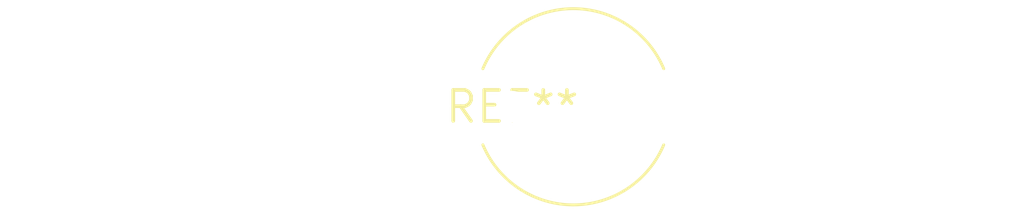
<source format=kicad_pcb>
(kicad_pcb (version 20240108) (generator pcbnew)
  (layers (0 "F.Cu" signal) (31 "B.Cu" signal) (34 "B.Paste" user) (35 "F.Paste" user) (36 "B.SilkS" user "B.Silkscreen") (37 "F.SilkS" user "F.Silkscreen") (38 "B.Mask" user) (39 "F.Mask" user) (44 "Edge.Cuts" user))
  (net 0 "")
  (footprint "L_Radial_D7.8mm_P5.00mm_Fastron_07HCP" (layer "F.Cu") (at 0 0)
    (property "Reference" "REF**")
    (property "Value" "L_Radial_D7.8mm_P5.00mm_Fastron_07HCP")
    (fp_arc (start -1.20497 -1.56) (mid 2.5 -4.02) (end 6.20497 -1.56) (layer "F.SilkS") (stroke (width 0.12)))
    (fp_arc (start 6.20497 1.56) (mid 2.5 4.02) (end -1.20497 1.56) (layer "F.SilkS") (stroke (width 0.12)))
    (pad "1" thru_hole circle (at 0 0) (size 2.6 2.6) (drill 1.3) (layers *.Cu *.Mask) (remove_unused_layers))
    (pad "2" thru_hole circle (at 5 0) (size 2.6 2.6) (drill 1.3) (layers *.Cu *.Mask) (remove_unused_layers))
  )
)
</source>
